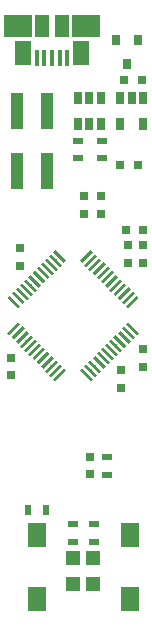
<source format=gtp>
%TF.GenerationSoftware,KiCad,Pcbnew,no-vcs-found-d00fc99~60~ubuntu16.04.1*%
%TF.CreationDate,2017-10-03T23:38:07-03:00*%
%TF.ProjectId,efm32-board,65666D33322D626F6172642E6B696361,rev?*%
%TF.SameCoordinates,Original*%
%TF.FileFunction,Paste,Top*%
%TF.FilePolarity,Positive*%
%FSLAX46Y46*%
G04 Gerber Fmt 4.6, Leading zero omitted, Abs format (unit mm)*
G04 Created by KiCad (PCBNEW no-vcs-found-d00fc99~60~ubuntu16.04.1) date Tue Oct  3 23:38:07 2017*
%MOMM*%
%LPD*%
G01*
G04 APERTURE LIST*
%ADD10R,1.000000X3.150000*%
%ADD11R,0.750000X0.800000*%
%ADD12R,0.800000X0.900000*%
%ADD13R,1.600000X2.000000*%
%ADD14R,0.650000X1.060000*%
%ADD15R,0.800000X0.750000*%
%ADD16C,0.250000*%
%ADD17C,0.100000*%
%ADD18R,0.900000X0.500000*%
%ADD19R,1.175000X1.900000*%
%ADD20R,2.375000X1.900000*%
%ADD21R,1.475000X2.100000*%
%ADD22R,0.450000X1.380000*%
%ADD23R,1.200000X1.200000*%
%ADD24R,0.500000X0.900000*%
G04 APERTURE END LIST*
D10*
%TO.C,J4*%
X122088000Y-83990000D03*
X122088000Y-78940000D03*
X124628000Y-83990000D03*
X124628000Y-78940000D03*
%TD*%
D11*
%TO.C,C7*%
X127788000Y-86145000D03*
X127788000Y-87645000D03*
%TD*%
D12*
%TO.C,D2*%
X131438000Y-74915000D03*
X130488000Y-72915000D03*
X132388000Y-72915000D03*
%TD*%
D13*
%TO.C,SW1*%
X131698000Y-120255000D03*
X131698000Y-114855000D03*
%TD*%
D14*
%TO.C,U3*%
X128238000Y-77805000D03*
X127288000Y-77805000D03*
X129188000Y-77805000D03*
X129188000Y-80005000D03*
X128238000Y-80005000D03*
X127288000Y-80005000D03*
%TD*%
%TO.C,U2*%
X132748000Y-80025000D03*
X130848000Y-80025000D03*
X130848000Y-77825000D03*
X131798000Y-77825000D03*
X132748000Y-77825000D03*
%TD*%
D15*
%TO.C,C9*%
X132808000Y-88975000D03*
X131308000Y-88975000D03*
%TD*%
D16*
%TO.C,U1*%
X121837542Y-97346371D03*
D17*
G36*
X121466311Y-97894379D02*
X121289534Y-97717602D01*
X122208773Y-96798363D01*
X122385550Y-96975140D01*
X121466311Y-97894379D01*
X121466311Y-97894379D01*
G37*
D16*
X122191095Y-97699924D03*
D17*
G36*
X121819864Y-98247932D02*
X121643087Y-98071155D01*
X122562326Y-97151916D01*
X122739103Y-97328693D01*
X121819864Y-98247932D01*
X121819864Y-98247932D01*
G37*
D16*
X122544649Y-98053478D03*
D17*
G36*
X122173418Y-98601486D02*
X121996641Y-98424709D01*
X122915880Y-97505470D01*
X123092657Y-97682247D01*
X122173418Y-98601486D01*
X122173418Y-98601486D01*
G37*
D16*
X122898202Y-98407031D03*
D17*
G36*
X122526971Y-98955039D02*
X122350194Y-98778262D01*
X123269433Y-97859023D01*
X123446210Y-98035800D01*
X122526971Y-98955039D01*
X122526971Y-98955039D01*
G37*
D16*
X123251755Y-98760584D03*
D17*
G36*
X122880524Y-99308592D02*
X122703747Y-99131815D01*
X123622986Y-98212576D01*
X123799763Y-98389353D01*
X122880524Y-99308592D01*
X122880524Y-99308592D01*
G37*
D16*
X123605309Y-99114138D03*
D17*
G36*
X123234078Y-99662146D02*
X123057301Y-99485369D01*
X123976540Y-98566130D01*
X124153317Y-98742907D01*
X123234078Y-99662146D01*
X123234078Y-99662146D01*
G37*
D16*
X123958862Y-99467691D03*
D17*
G36*
X123587631Y-100015699D02*
X123410854Y-99838922D01*
X124330093Y-98919683D01*
X124506870Y-99096460D01*
X123587631Y-100015699D01*
X123587631Y-100015699D01*
G37*
D16*
X124312416Y-99821245D03*
D17*
G36*
X123941185Y-100369253D02*
X123764408Y-100192476D01*
X124683647Y-99273237D01*
X124860424Y-99450014D01*
X123941185Y-100369253D01*
X123941185Y-100369253D01*
G37*
D16*
X124665969Y-100174798D03*
D17*
G36*
X124294738Y-100722806D02*
X124117961Y-100546029D01*
X125037200Y-99626790D01*
X125213977Y-99803567D01*
X124294738Y-100722806D01*
X124294738Y-100722806D01*
G37*
D16*
X125019522Y-100528351D03*
D17*
G36*
X124648291Y-101076359D02*
X124471514Y-100899582D01*
X125390753Y-99980343D01*
X125567530Y-100157120D01*
X124648291Y-101076359D01*
X124648291Y-101076359D01*
G37*
D16*
X125373076Y-100881905D03*
D17*
G36*
X125001845Y-101429913D02*
X124825068Y-101253136D01*
X125744307Y-100333897D01*
X125921084Y-100510674D01*
X125001845Y-101429913D01*
X125001845Y-101429913D01*
G37*
D16*
X125726629Y-101235458D03*
D17*
G36*
X125355398Y-101783466D02*
X125178621Y-101606689D01*
X126097860Y-100687450D01*
X126274637Y-100864227D01*
X125355398Y-101783466D01*
X125355398Y-101783466D01*
G37*
D16*
X127989371Y-101235458D03*
D17*
G36*
X128537379Y-101606689D02*
X128360602Y-101783466D01*
X127441363Y-100864227D01*
X127618140Y-100687450D01*
X128537379Y-101606689D01*
X128537379Y-101606689D01*
G37*
D16*
X128342924Y-100881905D03*
D17*
G36*
X128890932Y-101253136D02*
X128714155Y-101429913D01*
X127794916Y-100510674D01*
X127971693Y-100333897D01*
X128890932Y-101253136D01*
X128890932Y-101253136D01*
G37*
D16*
X128696478Y-100528351D03*
D17*
G36*
X129244486Y-100899582D02*
X129067709Y-101076359D01*
X128148470Y-100157120D01*
X128325247Y-99980343D01*
X129244486Y-100899582D01*
X129244486Y-100899582D01*
G37*
D16*
X129050031Y-100174798D03*
D17*
G36*
X129598039Y-100546029D02*
X129421262Y-100722806D01*
X128502023Y-99803567D01*
X128678800Y-99626790D01*
X129598039Y-100546029D01*
X129598039Y-100546029D01*
G37*
D16*
X129403584Y-99821245D03*
D17*
G36*
X129951592Y-100192476D02*
X129774815Y-100369253D01*
X128855576Y-99450014D01*
X129032353Y-99273237D01*
X129951592Y-100192476D01*
X129951592Y-100192476D01*
G37*
D16*
X129757138Y-99467691D03*
D17*
G36*
X130305146Y-99838922D02*
X130128369Y-100015699D01*
X129209130Y-99096460D01*
X129385907Y-98919683D01*
X130305146Y-99838922D01*
X130305146Y-99838922D01*
G37*
D16*
X130110691Y-99114138D03*
D17*
G36*
X130658699Y-99485369D02*
X130481922Y-99662146D01*
X129562683Y-98742907D01*
X129739460Y-98566130D01*
X130658699Y-99485369D01*
X130658699Y-99485369D01*
G37*
D16*
X130464245Y-98760584D03*
D17*
G36*
X131012253Y-99131815D02*
X130835476Y-99308592D01*
X129916237Y-98389353D01*
X130093014Y-98212576D01*
X131012253Y-99131815D01*
X131012253Y-99131815D01*
G37*
D16*
X130817798Y-98407031D03*
D17*
G36*
X131365806Y-98778262D02*
X131189029Y-98955039D01*
X130269790Y-98035800D01*
X130446567Y-97859023D01*
X131365806Y-98778262D01*
X131365806Y-98778262D01*
G37*
D16*
X131171351Y-98053478D03*
D17*
G36*
X131719359Y-98424709D02*
X131542582Y-98601486D01*
X130623343Y-97682247D01*
X130800120Y-97505470D01*
X131719359Y-98424709D01*
X131719359Y-98424709D01*
G37*
D16*
X131524905Y-97699924D03*
D17*
G36*
X132072913Y-98071155D02*
X131896136Y-98247932D01*
X130976897Y-97328693D01*
X131153674Y-97151916D01*
X132072913Y-98071155D01*
X132072913Y-98071155D01*
G37*
D16*
X131878458Y-97346371D03*
D17*
G36*
X132426466Y-97717602D02*
X132249689Y-97894379D01*
X131330450Y-96975140D01*
X131507227Y-96798363D01*
X132426466Y-97717602D01*
X132426466Y-97717602D01*
G37*
D16*
X131878458Y-95083629D03*
D17*
G36*
X131507227Y-95631637D02*
X131330450Y-95454860D01*
X132249689Y-94535621D01*
X132426466Y-94712398D01*
X131507227Y-95631637D01*
X131507227Y-95631637D01*
G37*
D16*
X131524905Y-94730076D03*
D17*
G36*
X131153674Y-95278084D02*
X130976897Y-95101307D01*
X131896136Y-94182068D01*
X132072913Y-94358845D01*
X131153674Y-95278084D01*
X131153674Y-95278084D01*
G37*
D16*
X131171351Y-94376522D03*
D17*
G36*
X130800120Y-94924530D02*
X130623343Y-94747753D01*
X131542582Y-93828514D01*
X131719359Y-94005291D01*
X130800120Y-94924530D01*
X130800120Y-94924530D01*
G37*
D16*
X130817798Y-94022969D03*
D17*
G36*
X130446567Y-94570977D02*
X130269790Y-94394200D01*
X131189029Y-93474961D01*
X131365806Y-93651738D01*
X130446567Y-94570977D01*
X130446567Y-94570977D01*
G37*
D16*
X130464245Y-93669416D03*
D17*
G36*
X130093014Y-94217424D02*
X129916237Y-94040647D01*
X130835476Y-93121408D01*
X131012253Y-93298185D01*
X130093014Y-94217424D01*
X130093014Y-94217424D01*
G37*
D16*
X130110691Y-93315862D03*
D17*
G36*
X129739460Y-93863870D02*
X129562683Y-93687093D01*
X130481922Y-92767854D01*
X130658699Y-92944631D01*
X129739460Y-93863870D01*
X129739460Y-93863870D01*
G37*
D16*
X129757138Y-92962309D03*
D17*
G36*
X129385907Y-93510317D02*
X129209130Y-93333540D01*
X130128369Y-92414301D01*
X130305146Y-92591078D01*
X129385907Y-93510317D01*
X129385907Y-93510317D01*
G37*
D16*
X129403584Y-92608755D03*
D17*
G36*
X129032353Y-93156763D02*
X128855576Y-92979986D01*
X129774815Y-92060747D01*
X129951592Y-92237524D01*
X129032353Y-93156763D01*
X129032353Y-93156763D01*
G37*
D16*
X129050031Y-92255202D03*
D17*
G36*
X128678800Y-92803210D02*
X128502023Y-92626433D01*
X129421262Y-91707194D01*
X129598039Y-91883971D01*
X128678800Y-92803210D01*
X128678800Y-92803210D01*
G37*
D16*
X128696478Y-91901649D03*
D17*
G36*
X128325247Y-92449657D02*
X128148470Y-92272880D01*
X129067709Y-91353641D01*
X129244486Y-91530418D01*
X128325247Y-92449657D01*
X128325247Y-92449657D01*
G37*
D16*
X128342924Y-91548095D03*
D17*
G36*
X127971693Y-92096103D02*
X127794916Y-91919326D01*
X128714155Y-91000087D01*
X128890932Y-91176864D01*
X127971693Y-92096103D01*
X127971693Y-92096103D01*
G37*
D16*
X127989371Y-91194542D03*
D17*
G36*
X127618140Y-91742550D02*
X127441363Y-91565773D01*
X128360602Y-90646534D01*
X128537379Y-90823311D01*
X127618140Y-91742550D01*
X127618140Y-91742550D01*
G37*
D16*
X125726629Y-91194542D03*
D17*
G36*
X126274637Y-91565773D02*
X126097860Y-91742550D01*
X125178621Y-90823311D01*
X125355398Y-90646534D01*
X126274637Y-91565773D01*
X126274637Y-91565773D01*
G37*
D16*
X125373076Y-91548095D03*
D17*
G36*
X125921084Y-91919326D02*
X125744307Y-92096103D01*
X124825068Y-91176864D01*
X125001845Y-91000087D01*
X125921084Y-91919326D01*
X125921084Y-91919326D01*
G37*
D16*
X125019522Y-91901649D03*
D17*
G36*
X125567530Y-92272880D02*
X125390753Y-92449657D01*
X124471514Y-91530418D01*
X124648291Y-91353641D01*
X125567530Y-92272880D01*
X125567530Y-92272880D01*
G37*
D16*
X124665969Y-92255202D03*
D17*
G36*
X125213977Y-92626433D02*
X125037200Y-92803210D01*
X124117961Y-91883971D01*
X124294738Y-91707194D01*
X125213977Y-92626433D01*
X125213977Y-92626433D01*
G37*
D16*
X124312416Y-92608755D03*
D17*
G36*
X124860424Y-92979986D02*
X124683647Y-93156763D01*
X123764408Y-92237524D01*
X123941185Y-92060747D01*
X124860424Y-92979986D01*
X124860424Y-92979986D01*
G37*
D16*
X123958862Y-92962309D03*
D17*
G36*
X124506870Y-93333540D02*
X124330093Y-93510317D01*
X123410854Y-92591078D01*
X123587631Y-92414301D01*
X124506870Y-93333540D01*
X124506870Y-93333540D01*
G37*
D16*
X123605309Y-93315862D03*
D17*
G36*
X124153317Y-93687093D02*
X123976540Y-93863870D01*
X123057301Y-92944631D01*
X123234078Y-92767854D01*
X124153317Y-93687093D01*
X124153317Y-93687093D01*
G37*
D16*
X123251755Y-93669416D03*
D17*
G36*
X123799763Y-94040647D02*
X123622986Y-94217424D01*
X122703747Y-93298185D01*
X122880524Y-93121408D01*
X123799763Y-94040647D01*
X123799763Y-94040647D01*
G37*
D16*
X122898202Y-94022969D03*
D17*
G36*
X123446210Y-94394200D02*
X123269433Y-94570977D01*
X122350194Y-93651738D01*
X122526971Y-93474961D01*
X123446210Y-94394200D01*
X123446210Y-94394200D01*
G37*
D16*
X122544649Y-94376522D03*
D17*
G36*
X123092657Y-94747753D02*
X122915880Y-94924530D01*
X121996641Y-94005291D01*
X122173418Y-93828514D01*
X123092657Y-94747753D01*
X123092657Y-94747753D01*
G37*
D16*
X122191095Y-94730076D03*
D17*
G36*
X122739103Y-95101307D02*
X122562326Y-95278084D01*
X121643087Y-94358845D01*
X121819864Y-94182068D01*
X122739103Y-95101307D01*
X122739103Y-95101307D01*
G37*
D16*
X121837542Y-95083629D03*
D17*
G36*
X122385550Y-95454860D02*
X122208773Y-95631637D01*
X121289534Y-94712398D01*
X121466311Y-94535621D01*
X122385550Y-95454860D01*
X122385550Y-95454860D01*
G37*
%TD*%
D15*
%TO.C,C10*%
X130848000Y-83465000D03*
X132348000Y-83465000D03*
%TD*%
%TO.C,C11*%
X132678000Y-76295000D03*
X131178000Y-76295000D03*
%TD*%
D18*
%TO.C,R2*%
X129318000Y-81415000D03*
X129318000Y-82915000D03*
%TD*%
%TO.C,R1*%
X127288000Y-82925000D03*
X127288000Y-81425000D03*
%TD*%
D11*
%TO.C,C3*%
X122318000Y-92025000D03*
X122318000Y-90525000D03*
%TD*%
%TO.C,C2*%
X121588000Y-101305000D03*
X121588000Y-99805000D03*
%TD*%
%TO.C,C4*%
X130928000Y-102385000D03*
X130928000Y-100885000D03*
%TD*%
%TO.C,C5*%
X132748000Y-100585000D03*
X132748000Y-99085000D03*
%TD*%
%TO.C,C6*%
X131468000Y-91785000D03*
X131468000Y-90285000D03*
%TD*%
D19*
%TO.C,J3*%
X124228000Y-71725000D03*
X125908000Y-71725000D03*
D20*
X122158000Y-71725000D03*
X127978000Y-71725000D03*
D21*
X122605500Y-74025000D03*
X127530500Y-74025000D03*
D22*
X123768000Y-74385000D03*
X124418000Y-74385000D03*
X125068000Y-74385000D03*
X125718000Y-74385000D03*
X126368000Y-74385000D03*
%TD*%
D18*
%TO.C,R4*%
X129698000Y-109745000D03*
X129698000Y-108245000D03*
%TD*%
D11*
%TO.C,C1*%
X128298000Y-108175000D03*
X128298000Y-109675000D03*
%TD*%
%TO.C,C8*%
X132778000Y-91775000D03*
X132778000Y-90275000D03*
%TD*%
D23*
%TO.C,D1*%
X126803001Y-118932500D03*
X126803001Y-116732500D03*
%TD*%
%TO.C,D3*%
X128573001Y-118932500D03*
X128573001Y-116732500D03*
%TD*%
D18*
%TO.C,R3*%
X126808000Y-113885000D03*
X126808000Y-115385000D03*
%TD*%
D24*
%TO.C,R5*%
X124568000Y-112705000D03*
X123068000Y-112705000D03*
%TD*%
D18*
%TO.C,R6*%
X128588000Y-113875000D03*
X128588000Y-115375000D03*
%TD*%
D13*
%TO.C,SW2*%
X123818000Y-120205000D03*
X123818000Y-114805000D03*
%TD*%
D11*
%TO.C,C12*%
X129188000Y-87645000D03*
X129188000Y-86145000D03*
%TD*%
M02*

</source>
